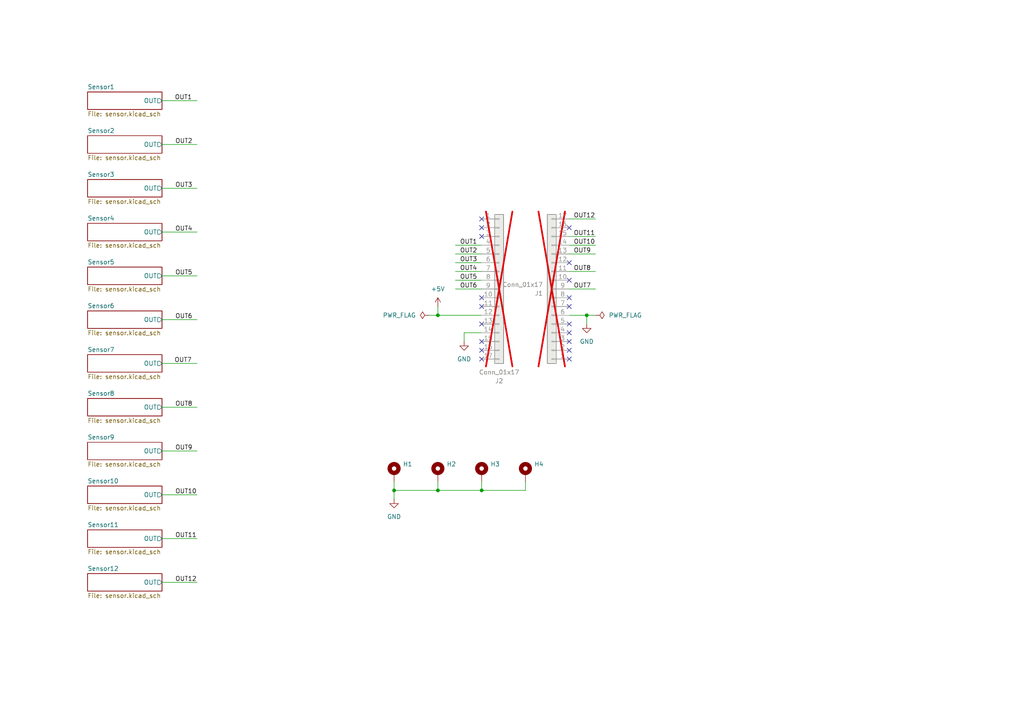
<source format=kicad_sch>
(kicad_sch (version 20231120) (generator "eeschema") (generator_version "8.0")
  (paper "A4")
  (lib_symbols
    (symbol "Connector_Generic:Conn_01x17" (pin_names (offset 1.016) hide)
      (property "Reference" "J" (at 0 22.86 0))
      (property "Value" "Conn_01x17" (at 0 -22.86 0))
      (symbol "Conn_01x17_1_1"
        (rectangle (start -1.27 -20.193) (end 0 -20.447) (stroke (width 0.1524)))
        (rectangle (start -1.27 -17.653) (end 0 -17.907) (stroke (width 0.1524)))
        (rectangle (start -1.27 -15.113) (end 0 -15.367) (stroke (width 0.1524)))
        (rectangle (start -1.27 -12.573) (end 0 -12.827) (stroke (width 0.1524)))
        (rectangle (start -1.27 -10.033) (end 0 -10.287) (stroke (width 0.1524)))
        (rectangle (start -1.27 -7.493) (end 0 -7.747) (stroke (width 0.1524)))
        (rectangle (start -1.27 -4.953) (end 0 -5.207) (stroke (width 0.1524)))
        (rectangle (start -1.27 -2.413) (end 0 -2.667) (stroke (width 0.1524)))
        (rectangle (start -1.27 0.127) (end 0 -0.127) (stroke (width 0.1524)))
        (rectangle (start -1.27 2.667) (end 0 2.413) (stroke (width 0.1524)))
        (rectangle (start -1.27 5.207) (end 0 4.953) (stroke (width 0.1524)))
        (rectangle (start -1.27 7.747) (end 0 7.493) (stroke (width 0.1524)))
        (rectangle (start -1.27 10.287) (end 0 10.033) (stroke (width 0.1524)))
        (rectangle (start -1.27 12.827) (end 0 12.573) (stroke (width 0.1524)))
        (rectangle (start -1.27 15.367) (end 0 15.113) (stroke (width 0.1524)))
        (rectangle (start -1.27 17.907) (end 0 17.653) (stroke (width 0.1524)))
        (rectangle (start -1.27 20.447) (end 0 20.193) (stroke (width 0.1524)))
        (rectangle (start -1.27 21.59) (end 1.27 -21.59) (stroke (width 0.254)) (fill (type background)))
        (pin passive line (at -5.08 20.32 0) (length 3.81) (name "Pin_1") (number "1"))
        (pin passive line (at -5.08 -2.54 0) (length 3.81) (name "Pin_10") (number "10"))
        (pin passive line (at -5.08 -5.08 0) (length 3.81) (name "Pin_11") (number "11"))
        (pin passive line (at -5.08 -7.62 0) (length 3.81) (name "Pin_12") (number "12"))
        (pin passive line (at -5.08 -10.16 0) (length 3.81) (name "Pin_13") (number "13"))
        (pin passive line (at -5.08 -12.7 0) (length 3.81) (name "Pin_14") (number "14"))
        (pin passive line (at -5.08 -15.24 0) (length 3.81) (name "Pin_15") (number "15"))
        (pin passive line (at -5.08 -17.78 0) (length 3.81) (name "Pin_16") (number "16"))
        (pin passive line (at -5.08 -20.32 0) (length 3.81) (name "Pin_17") (number "17"))
        (pin passive line (at -5.08 17.78 0) (length 3.81) (name "Pin_2") (number "2"))
        (pin passive line (at -5.08 15.24 0) (length 3.81) (name "Pin_3") (number "3"))
        (pin passive line (at -5.08 12.7 0) (length 3.81) (name "Pin_4") (number "4"))
        (pin passive line (at -5.08 10.16 0) (length 3.81) (name "Pin_5") (number "5"))
        (pin passive line (at -5.08 7.62 0) (length 3.81) (name "Pin_6") (number "6"))
        (pin passive line (at -5.08 5.08 0) (length 3.81) (name "Pin_7") (number "7"))
        (pin passive line (at -5.08 2.54 0) (length 3.81) (name "Pin_8") (number "8"))
        (pin passive line (at -5.08 0 0) (length 3.81) (name "Pin_9") (number "9"))
      )
    )
    (symbol "Mechanical:MountingHole_Pad" (pin_numbers hide) (pin_names (offset 1.016) hide) (exclude_from_sim yes) (in_bom no)
      (property "Reference" "H" (at 0 6.35 0))
      (property "Value" "MountingHole_Pad" (at 0 4.445 0))
      (symbol "MountingHole_Pad_0_1"
        (circle (center 0 1.27) (radius 1.27) (stroke (width 1.27)))
      )
      (symbol "MountingHole_Pad_1_1"
        (pin input line (at 0 -2.54 90) (length 2.54) (name "1") (number "1"))
      )
    )
    (symbol "power:+5V" (power) (pin_numbers hide) (pin_names (offset 0) hide)
      (property "Value" "+5V" (at 0 3.556 0))
      (symbol "+5V_0_1"
        (polyline (pts (xy -0.762 1.27) (xy 0 2.54)))
        (polyline (pts (xy 0 0) (xy 0 2.54)))
        (polyline (pts (xy 0 2.54) (xy 0.762 1.27)))
      )
      (symbol "+5V_1_1"
        (pin power_in line (at 0 0 90) (length 0) (name "~") (number "1"))
      )
    )
    (symbol "power:GND" (power) (pin_numbers hide) (pin_names (offset 0) hide)
      (property "Value" "GND" (at 0 -3.81 0))
      (symbol "GND_0_1"
        (polyline (pts (xy 0 0) (xy 0 -1.27) (xy 1.27 -1.27) (xy 0 -2.54) (xy -1.27 -1.27) (xy 0 -1.27)))
      )
      (symbol "GND_1_1"
        (pin power_in line (at 0 0 270) (length 0) (name "~") (number "1"))
      )
    )
    (symbol "power:PWR_FLAG" (power) (pin_numbers hide) (pin_names (offset 0) hide)
      (property "Value" "PWR_FLAG" (at 0 3.81 0))
      (symbol "PWR_FLAG_0_0"
        (pin power_out line (at 0 0 90) (length 0) (name "~") (number "1"))
      )
      (symbol "PWR_FLAG_0_1"
        (polyline (pts (xy 0 0) (xy 0 1.27) (xy -1.016 1.905) (xy 0 2.54) (xy 1.016 1.905) (xy 0 1.27)))
      )
    )
  )
  (junction (at 170.18 91.44))
  (junction (at 139.7 142.24))
  (junction (at 127 91.44))
  (junction (at 114.3 142.24))
  (junction (at 127 142.24))
  (no_connect (at 165.1 99.06))
  (no_connect (at 165.1 101.6))
  (no_connect (at 139.7 66.04))
  (no_connect (at 139.7 88.9))
  (no_connect (at 139.7 99.06))
  (no_connect (at 139.7 63.5))
  (no_connect (at 165.1 104.14))
  (no_connect (at 165.1 76.2))
  (no_connect (at 165.1 66.04))
  (no_connect (at 165.1 93.98))
  (no_connect (at 139.7 68.58))
  (no_connect (at 139.7 101.6))
  (no_connect (at 139.7 93.98))
  (no_connect (at 165.1 88.9))
  (no_connect (at 139.7 104.14))
  (no_connect (at 165.1 96.52))
  (no_connect (at 165.1 81.28))
  (no_connect (at 139.7 86.36))
  (no_connect (at 165.1 86.36))
  (wire (pts (xy 46.99 105.41) (xy 57.15 105.41)))
  (wire (pts (xy 114.3 142.24) (xy 127 142.24)))
  (wire (pts (xy 170.18 91.44) (xy 172.72 91.44)))
  (wire (pts (xy 170.18 91.44) (xy 165.1 91.44)))
  (wire (pts (xy 114.3 139.7) (xy 114.3 142.24)))
  (wire (pts (xy 127 142.24) (xy 127 139.7)))
  (wire (pts (xy 114.3 142.24) (xy 114.3 144.78)))
  (wire (pts (xy 46.99 156.21) (xy 57.15 156.21)))
  (wire (pts (xy 165.1 73.66) (xy 172.72 73.66)))
  (wire (pts (xy 170.18 93.98) (xy 170.18 91.44)))
  (wire (pts (xy 127 142.24) (xy 139.7 142.24)))
  (wire (pts (xy 46.99 130.81) (xy 57.15 130.81)))
  (wire (pts (xy 139.7 81.28) (xy 132.08 81.28)))
  (wire (pts (xy 46.99 29.21) (xy 57.15 29.21)))
  (wire (pts (xy 46.99 54.61) (xy 57.15 54.61)))
  (wire (pts (xy 46.99 67.31) (xy 57.15 67.31)))
  (wire (pts (xy 46.99 118.11) (xy 57.15 118.11)))
  (wire (pts (xy 165.1 63.5) (xy 172.72 63.5)))
  (wire (pts (xy 46.99 143.51) (xy 57.15 143.51)))
  (wire (pts (xy 46.99 41.91) (xy 57.15 41.91)))
  (wire (pts (xy 127 88.9) (xy 127 91.44)))
  (wire (pts (xy 46.99 92.71) (xy 57.15 92.71)))
  (wire (pts (xy 134.62 99.06) (xy 134.62 96.52)))
  (wire (pts (xy 139.7 142.24) (xy 139.7 139.7)))
  (wire (pts (xy 127 91.44) (xy 139.7 91.44)))
  (wire (pts (xy 46.99 80.01) (xy 57.15 80.01)))
  (wire (pts (xy 165.1 83.82) (xy 172.72 83.82)))
  (wire (pts (xy 139.7 71.12) (xy 132.08 71.12)))
  (wire (pts (xy 134.62 96.52) (xy 139.7 96.52)))
  (wire (pts (xy 139.7 73.66) (xy 132.08 73.66)))
  (wire (pts (xy 165.1 71.12) (xy 172.72 71.12)))
  (wire (pts (xy 139.7 78.74) (xy 132.08 78.74)))
  (wire (pts (xy 165.1 68.58) (xy 172.72 68.58)))
  (wire (pts (xy 46.99 168.91) (xy 57.15 168.91)))
  (wire (pts (xy 139.7 142.24) (xy 152.4 142.24)))
  (wire (pts (xy 139.7 83.82) (xy 132.08 83.82)))
  (wire (pts (xy 139.7 76.2) (xy 132.08 76.2)))
  (wire (pts (xy 124.46 91.44) (xy 127 91.44)))
  (wire (pts (xy 152.4 142.24) (xy 152.4 139.7)))
  (wire (pts (xy 165.1 78.74) (xy 172.72 78.74)))
  (label "OUT1" (at 50.6739 29.21 0))
  (label "OUT12" (at 166.37 63.5 0))
  (label "OUT6" (at 138.43 83.82 180))
  (label "OUT6" (at 50.8 92.71 0))
  (label "OUT8" (at 166.37 78.74 0))
  (label "OUT7" (at 166.37 83.82 0))
  (label "OUT7" (at 50.579 105.41 0))
  (label "OUT8" (at 50.8 118.11 0))
  (label "OUT4" (at 50.8 67.31 0))
  (label "OUT2" (at 138.43 73.66 180))
  (label "OUT5" (at 50.8 80.01 0))
  (label "OUT4" (at 138.43 78.74 180))
  (label "OUT3" (at 138.43 76.2 180))
  (label "OUT9" (at 166.37 73.66 0))
  (label "OUT12" (at 50.8 168.91 0))
  (label "OUT5" (at 138.43 81.28 180))
  (label "OUT3" (at 50.8 54.61 0))
  (label "OUT1" (at 138.43 71.12 180))
  (label "OUT11" (at 50.8 156.21 0))
  (label "OUT10" (at 166.37 71.12 0))
  (label "OUT9" (at 50.8 130.81 0))
  (label "OUT10" (at 50.8 143.51 0))
  (label "OUT2" (at 50.8 41.91 0))
  (label "OUT11" (at 166.37 68.58 0))
  (symbol (lib_id "power:GND") (at 170.18 93.98 0) (unit 1)
    (property "Reference" "#PWR027" (effects (hide yes)))
    (property "Value" "GND" (at 170.18 99.06 0))
    (property "Description" "Power symbol creates a global label with name \"GND\" , ground" (effects (hide yes)))
  )
  (symbol (lib_id "power:PWR_FLAG") (at 172.72 91.44 270) (unit 1)
    (property "Reference" "#FLG01" (effects (hide yes)))
    (property "Value" "PWR_FLAG" (at 176.53 91.4399 90) (effects (justify left)))
    (property "Description" "Special symbol for telling ERC where power comes from" (effects (hide yes)))
  )
  (symbol (lib_id "Connector_Generic:Conn_01x17") (at 144.78 83.82 0) (unit 1) (dnp yes)
    (property "Reference" "J2" (at 144.78 110.49 0))
    (property "Value" "Conn_01x17" (at 144.78 107.95 0))
    (property "Footprint" "Connector_PinHeader_2.54mm:PinHeader_1x17_P2.54mm_Vertical" (effects (hide yes)))
    (property "Description" "Generic connector, single row, 01x17, script generated (kicad-library-utils/schlib/autogen/connector/)" (effects (hide yes)))
  )
  (symbol (lib_id "power:GND") (at 114.3 144.78 0) (unit 1)
    (property "Reference" "#PWR028" (effects (hide yes)))
    (property "Value" "GND" (at 114.3 149.86 0))
    (property "Description" "Power symbol creates a global label with name \"GND\" , ground" (effects (hide yes)))
  )
  (symbol (lib_id "power:+5V") (at 127 88.9 0) (unit 1)
    (property "Reference" "#PWR025" (effects (hide yes)))
    (property "Value" "+5V" (at 127 83.82 0))
    (property "Description" "Power symbol creates a global label with name \"+5V\"" (effects (hide yes)))
  )
  (symbol (lib_id "Mechanical:MountingHole_Pad") (at 139.7 137.16 0) (unit 1) (exclude_from_sim yes) (in_bom no)
    (property "Reference" "H3" (at 142.24 134.6199 0) (effects (justify left)))
    (property "Value" "MountingHole_Pad" (effects (hide yes)))
    (property "Footprint" "MountingHole:MountingHole_3.2mm_M3_DIN965_Pad" (effects (hide yes)))
    (property "Description" "Mounting Hole with connection" (effects (hide yes)))
  )
  (symbol (lib_id "Mechanical:MountingHole_Pad") (at 114.3 137.16 0) (unit 1) (exclude_from_sim yes) (in_bom no)
    (property "Reference" "H1" (at 116.84 134.6199 0) (effects (justify left)))
    (property "Value" "MountingHole_Pad" (effects (hide yes)))
    (property "Footprint" "MountingHole:MountingHole_3.2mm_M3_DIN965_Pad" (effects (hide yes)))
    (property "Description" "Mounting Hole with connection" (effects (hide yes)))
  )
  (symbol (lib_id "Mechanical:MountingHole_Pad") (at 127 137.16 0) (unit 1) (exclude_from_sim yes) (in_bom no)
    (property "Reference" "H2" (at 129.54 134.6199 0) (effects (justify left)))
    (property "Value" "MountingHole_Pad" (effects (hide yes)))
    (property "Footprint" "MountingHole:MountingHole_3.2mm_M3_DIN965_Pad" (effects (hide yes)))
    (property "Description" "Mounting Hole with connection" (effects (hide yes)))
  )
  (symbol (lib_id "Connector_Generic:Conn_01x17") (at 160.02 83.82 180) (unit 1) (dnp yes)
    (property "Reference" "J1" (at 157.48 85.0901 0) (effects (justify left)))
    (property "Value" "Conn_01x17" (at 157.48 82.5501 0) (effects (justify left)))
    (property "Footprint" "Connector_PinHeader_2.54mm:PinHeader_1x17_P2.54mm_Vertical" (effects (hide yes)))
    (property "Description" "Generic connector, single row, 01x17, script generated (kicad-library-utils/schlib/autogen/connector/)" (effects (hide yes)))
  )
  (symbol (lib_id "power:PWR_FLAG") (at 124.46 91.44 90) (unit 1)
    (property "Reference" "#FLG02" (effects (hide yes)))
    (property "Value" "PWR_FLAG" (at 120.65 91.4399 90) (effects (justify left)))
    (property "Description" "Special symbol for telling ERC where power comes from" (effects (hide yes)))
  )
  (symbol (lib_id "Mechanical:MountingHole_Pad") (at 152.4 137.16 0) (unit 1) (exclude_from_sim yes) (in_bom no)
    (property "Reference" "H4" (at 154.94 134.6199 0) (effects (justify left)))
    (property "Value" "MountingHole_Pad" (effects (hide yes)))
    (property "Footprint" "MountingHole:MountingHole_3.2mm_M3_DIN965_Pad" (effects (hide yes)))
    (property "Description" "Mounting Hole with connection" (effects (hide yes)))
  )
  (symbol (lib_id "power:GND") (at 134.62 99.06 0) (unit 1)
    (property "Reference" "#PWR026" (effects (hide yes)))
    (property "Value" "GND" (at 134.62 104.14 0))
    (property "Description" "Power symbol creates a global label with name \"GND\" , ground" (effects (hide yes)))
  )
  (sheet (at 25.4 115.57) (size 21.59 5.08) (stroke (width 0.1524))
    (property "Sheetname" "Sensor8" (at 25.4 114.8584 0) (effects (justify left bottom)))
    (property "Sheetfile" "sensor.kicad_sch" (at 25.4 121.2346 0) (effects (justify left top)))
    (pin "OUT" output (at 46.99 118.11 0))
  )
  (sheet (at 25.4 26.67) (size 21.59 5.08) (stroke (width 0.1524))
    (property "Sheetname" "Sensor1" (at 25.4 25.9584 0) (effects (justify left bottom)))
    (property "Sheetfile" "sensor.kicad_sch" (at 25.4 32.3346 0) (effects (justify left top)))
    (pin "OUT" output (at 46.99 29.21 0))
  )
  (sheet (at 25.4 102.87) (size 21.59 5.08) (stroke (width 0.1524))
    (property "Sheetname" "Sensor7" (at 25.4 102.1584 0) (effects (justify left bottom)))
    (property "Sheetfile" "sensor.kicad_sch" (at 25.4 108.5346 0) (effects (justify left top)))
    (pin "OUT" output (at 46.99 105.41 0))
  )
  (sheet (at 25.4 52.07) (size 21.59 5.08) (stroke (width 0.1524))
    (property "Sheetname" "Sensor3" (at 25.4 51.3584 0) (effects (justify left bottom)))
    (property "Sheetfile" "sensor.kicad_sch" (at 25.4 57.7346 0) (effects (justify left top)))
    (pin "OUT" output (at 46.99 54.61 0))
  )
  (sheet (at 25.4 166.37) (size 21.59 5.08) (stroke (width 0.1524))
    (property "Sheetname" "Sensor12" (at 25.4 165.6584 0) (effects (justify left bottom)))
    (property "Sheetfile" "sensor.kicad_sch" (at 25.4 172.0346 0) (effects (justify left top)))
    (pin "OUT" output (at 46.99 168.91 0))
  )
  (sheet (at 25.4 39.37) (size 21.59 5.08) (stroke (width 0.1524))
    (property "Sheetname" "Sensor2" (at 25.4 38.6584 0) (effects (justify left bottom)))
    (property "Sheetfile" "sensor.kicad_sch" (at 25.4 45.0346 0) (effects (justify left top)))
    (pin "OUT" output (at 46.99 41.91 0))
  )
  (sheet (at 25.4 128.27) (size 21.59 5.08) (stroke (width 0.1524))
    (property "Sheetname" "Sensor9" (at 25.4 127.5584 0) (effects (justify left bottom)))
    (property "Sheetfile" "sensor.kicad_sch" (at 25.4 133.9346 0) (effects (justify left top)))
    (pin "OUT" output (at 46.99 130.81 0))
  )
  (sheet (at 25.4 64.77) (size 21.59 5.08) (stroke (width 0.1524))
    (property "Sheetname" "Sensor4" (at 25.4 64.0584 0) (effects (justify left bottom)))
    (property "Sheetfile" "sensor.kicad_sch" (at 25.4 70.4346 0) (effects (justify left top)))
    (pin "OUT" output (at 46.99 67.31 0))
  )
  (sheet (at 25.4 90.17) (size 21.59 5.08) (stroke (width 0.1524))
    (property "Sheetname" "Sensor6" (at 25.4 89.4584 0) (effects (justify left bottom)))
    (property "Sheetfile" "sensor.kicad_sch" (at 25.4 95.8346 0) (effects (justify left top)))
    (pin "OUT" output (at 46.99 92.71 0))
  )
  (sheet (at 25.4 153.67) (size 21.59 5.08) (stroke (width 0.1524))
    (property "Sheetname" "Sensor11" (at 25.4 152.9584 0) (effects (justify left bottom)))
    (property "Sheetfile" "sensor.kicad_sch" (at 25.4 159.3346 0) (effects (justify left top)))
    (pin "OUT" output (at 46.99 156.21 0))
  )
  (sheet (at 25.4 77.47) (size 21.59 5.08) (stroke (width 0.1524))
    (property "Sheetname" "Sensor5" (at 25.4 76.7584 0) (effects (justify left bottom)))
    (property "Sheetfile" "sensor.kicad_sch" (at 25.4 83.1346 0) (effects (justify left top)))
    (pin "OUT" output (at 46.99 80.01 0))
  )
  (sheet (at 25.4 140.97) (size 21.59 5.08) (stroke (width 0.1524))
    (property "Sheetname" "Sensor10" (at 25.4 140.2584 0) (effects (justify left bottom)))
    (property "Sheetfile" "sensor.kicad_sch" (at 25.4 146.6346 0) (effects (justify left top)))
    (pin "OUT" output (at 46.99 143.51 0))
  )
)
</source>
